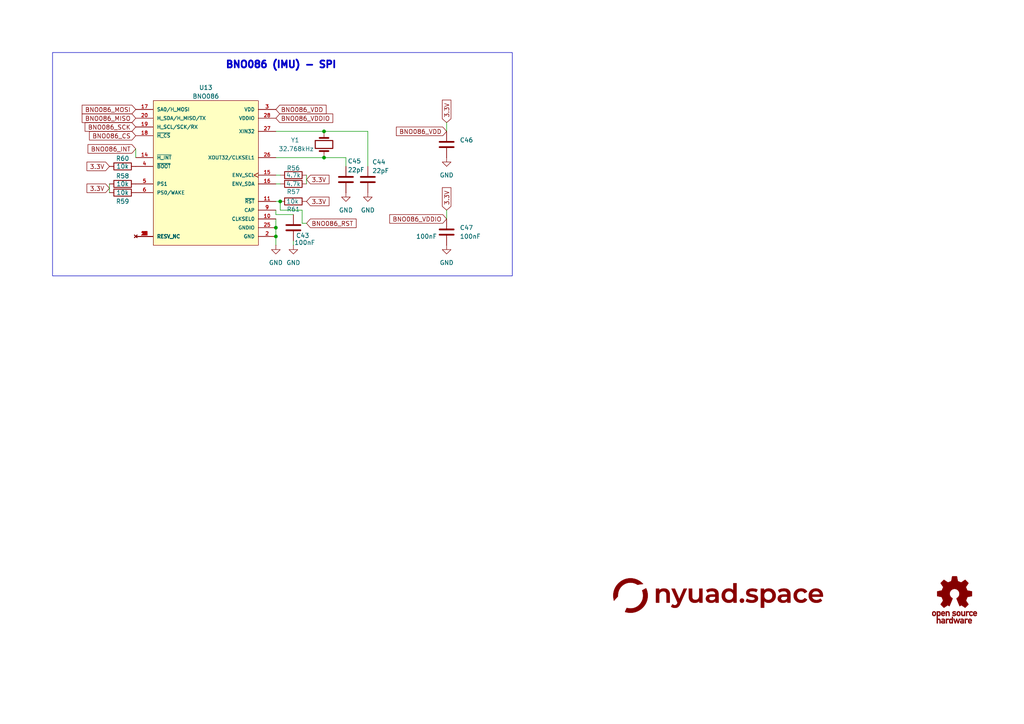
<source format=kicad_sch>
(kicad_sch (version 20231120) (generator "eeschema") (generator_version "8.0")
  (paper "A4")
  (title_block (title "Sensors & Active Components") (company "Aether Flight Computer"))
  (lib_symbols
    (symbol "BNO086:BNO086" (pin_names (offset 1.016))
      (property "Reference" "U13" (at 0 22.86 0))
      (property "Value" "BNO086" (at 0 20.32 0))
      (symbol "BNO086_0_0"
        (pin no_connect line (at -20.32 -20.32 0) (length 5.08) (name "RESV_NC") (number "1"))
        (pin input line (at 20.32 -10.16 180) (length 5.08) (name "~{RST}") (number "11"))
        (pin no_connect line (at -20.32 -20.32 0) (length 5.08) (name "RESV_NC") (number "12"))
        (pin no_connect line (at -20.32 -20.32 0) (length 5.08) (name "RESV_NC") (number "13"))
        (pin output line (at -20.32 2.54 0) (length 5.08) (name "~{H_INT}") (number "14"))
        (pin bidirectional clock (at 20.32 -2.54 180) (length 5.08) (name "ENV_SCL") (number "15"))
        (pin bidirectional line (at 20.32 -5.08 180) (length 5.08) (name "ENV_SDA") (number "16"))
        (pin input line (at -20.32 16.51 0) (length 5.08) (name "SA0/H_MOSI") (number "17"))
        (pin input line (at -20.32 8.89 0) (length 5.08) (name "~{H_CS}") (number "18"))
        (pin bidirectional line (at -20.32 11.43 0) (length 5.08) (name "H_SCL/SCK/RX") (number "19"))
        (pin power_in line (at 20.32 -20.32 180) (length 5.08) (name "GND") (number "2"))
        (pin bidirectional line (at -20.32 13.97 0) (length 5.08) (name "H_SDA/H_MISO/TX") (number "20"))
        (pin no_connect line (at -20.32 -20.32 0) (length 5.08) (name "RESV_NC") (number "21"))
        (pin no_connect line (at -20.32 -20.32 0) (length 5.08) (name "RESV_NC") (number "22"))
        (pin no_connect line (at -20.32 -20.32 0) (length 5.08) (name "RESV_NC") (number "23"))
        (pin no_connect line (at -20.32 -20.32 0) (length 5.08) (name "RESV_NC") (number "24"))
        (pin power_in line (at 20.32 -17.78 180) (length 5.08) (name "GNDIO") (number "25"))
        (pin output line (at 20.32 2.54 180) (length 5.08) (name "XOUT32/CLKSEL1") (number "26"))
        (pin input line (at 20.32 10.16 180) (length 5.08) (name "XIN32") (number "27"))
        (pin power_in line (at 20.32 13.97 180) (length 5.08) (name "VDDIO") (number "28"))
        (pin power_in line (at 20.32 16.51 180) (length 5.08) (name "VDD") (number "3"))
        (pin input line (at -20.32 0 0) (length 5.08) (name "~{BOOT}") (number "4"))
        (pin input line (at -20.32 -5.08 0) (length 5.08) (name "PS1") (number "5"))
        (pin input line (at -20.32 -7.62 0) (length 5.08) (name "PS0/WAKE") (number "6"))
        (pin no_connect line (at -20.32 -20.32 0) (length 5.08) (name "RESV_NC") (number "7"))
        (pin no_connect line (at -20.32 -20.32 0) (length 5.08) (name "RESV_NC") (number "8"))
        (pin passive line (at 20.32 -12.7 180) (length 5.08) (name "CAP") (number "9"))
      )
      (symbol "BNO086_1_0"
        (pin input line (at 20.32 -15.24 180) (length 5.08) (name "CLKSEL0") (number "10"))
      )
    )
    (symbol "Device:C" (pin_numbers hide) (pin_names (offset 0.254))
      (property "Reference" "C" (at 0.635 2.54 0))
      (property "Value" "C" (at 0.635 -2.54 0))
      (symbol "C_1_1"
        (pin passive line (at 0 3.81 270) (length 2.794) (name "~") (number "1"))
        (pin passive line (at 0 -3.81 90) (length 2.794) (name "~") (number "2"))
      )
    )
    (symbol "Device:Crystal" (pin_numbers hide) (pin_names (offset 1.016) hide)
      (property "Reference" "Y" (at 0 3.81 0))
      (property "Value" "Crystal" (at 0 -3.81 0))
      (symbol "Crystal_1_1"
        (pin passive line (at -3.81 0 0) (length 1.27) (name "1") (number "1"))
        (pin passive line (at 3.81 0 180) (length 1.27) (name "2") (number "2"))
      )
    )
    (symbol "Device:R" (pin_numbers hide) (pin_names (offset 0))
      (property "Reference" "R" (at 2.032 0 90))
      (property "Value" "R" (at 0 0 90))
      (symbol "R_1_1"
        (pin passive line (at 0 3.81 270) (length 1.27) (name "~") (number "1"))
        (pin passive line (at 0 -3.81 90) (length 1.27) (name "~") (number "2"))
      )
    )
    (symbol "nyuad_space:LOGO" (pin_names (offset 1.016)))
    (symbol "osh_logo:LOGO" (pin_names (offset 1.016)))
    (symbol "power:GND" (power) (pin_numbers hide) (pin_names (offset 0) hide)
      (property "Value" "GND" (at 0 -3.81 0))
      (symbol "GND_1_1"
        (pin power_in line (at 0 0 270) (length 0) (name "~") (number "1"))
      )
    )
  )
  (junction (at 93.98 45.72))
  (junction (at 80.01 66.04))
  (junction (at 81.28 58.42))
  (junction (at 93.98 38.1))
  (junction (at 80.01 68.58))
  (wire (pts (xy 87.63 64.77) (xy 87.63 60.96)))
  (wire (pts (xy 80.01 62.23) (xy 85.09 62.23)))
  (wire (pts (xy 81.28 50.8) (xy 80.01 50.8)))
  (wire (pts (xy 100.33 45.72) (xy 100.33 48.26)))
  (wire (pts (xy 80.01 62.23) (xy 80.01 60.96)))
  (wire (pts (xy 80.01 63.5) (xy 80.01 66.04)))
  (wire (pts (xy 80.01 58.42) (xy 81.28 58.42)))
  (wire (pts (xy 39.37 43.18) (xy 39.37 45.72)))
  (wire (pts (xy 88.9 50.8) (xy 88.9 53.34)))
  (wire (pts (xy 85.09 71.12) (xy 85.09 69.85)))
  (wire (pts (xy 100.33 45.72) (xy 93.98 45.72)))
  (wire (pts (xy 129.54 35.56) (xy 129.54 38.1)))
  (wire (pts (xy 106.68 38.1) (xy 93.98 38.1)))
  (wire (pts (xy 81.28 53.34) (xy 80.01 53.34)))
  (wire (pts (xy 80.01 38.1) (xy 93.98 38.1)))
  (wire (pts (xy 80.01 66.04) (xy 80.01 68.58)))
  (wire (pts (xy 129.54 60.96) (xy 129.54 63.5)))
  (wire (pts (xy 87.63 60.96) (xy 81.28 60.96)))
  (wire (pts (xy 81.28 60.96) (xy 81.28 58.42)))
  (wire (pts (xy 80.01 68.58) (xy 80.01 71.12)))
  (wire (pts (xy 106.68 48.26) (xy 106.68 38.1)))
  (wire (pts (xy 88.9 64.77) (xy 87.63 64.77)))
  (wire (pts (xy 31.75 53.34) (xy 31.75 55.88)))
  (wire (pts (xy 80.01 45.72) (xy 93.98 45.72)))
  (rectangle (start 15.24 15.24) (end 148.59 80.01))
  (text "BNO086 (IMU) - SPI\n" (at 65.278 20.066 0) (effects (font (size 2 2) (thickness 0.8) (bold yes)) (justify left bottom)))
  (global_label "BNO086_VDDIO" (shape input) (at 80.01 34.29 0) (property "Intersheetrefs" "${INTERSHEET_REFS}" (effects (hide yes))))
  (global_label "3.3V" (shape input) (at 129.54 35.56 90) (property "Intersheetrefs" "${INTERSHEET_REFS}" (effects (hide yes))))
  (global_label "3.3V" (shape input) (at 31.75 48.26 180) (property "Intersheetrefs" "${INTERSHEET_REFS}" (effects (hide yes))))
  (global_label "BNO086_RST" (shape input) (at 88.9 64.77 0) (property "Intersheetrefs" "${INTERSHEET_REFS}" (effects (hide yes))))
  (global_label "3.3V" (shape input) (at 31.75 54.61 180) (property "Intersheetrefs" "${INTERSHEET_REFS}" (effects (hide yes))))
  (global_label "BNO086_INT" (shape input) (at 39.37 43.18 180) (property "Intersheetrefs" "${INTERSHEET_REFS}" (effects (hide yes))))
  (global_label "BNO086_MOSI" (shape input) (at 39.37 31.75 180) (property "Intersheetrefs" "${INTERSHEET_REFS}" (effects (hide yes))))
  (global_label "BNO086_SCK" (shape input) (at 39.37 36.83 180) (property "Intersheetrefs" "${INTERSHEET_REFS}" (effects (hide yes))))
  (global_label "BNO086_MISO" (shape input) (at 39.37 34.29 180) (property "Intersheetrefs" "${INTERSHEET_REFS}" (effects (hide yes))))
  (global_label "3.3V" (shape input) (at 88.9 58.42 0) (property "Intersheetrefs" "${INTERSHEET_REFS}" (effects (hide yes))))
  (global_label "BNO086_VDDIO" (shape input) (at 129.54 63.5 180) (property "Intersheetrefs" "${INTERSHEET_REFS}" (effects (hide yes))))
  (global_label "BNO086_VDD" (shape input) (at 129.54 38.1 180) (property "Intersheetrefs" "${INTERSHEET_REFS}" (effects (hide yes))))
  (global_label "BNO086_CS" (shape input) (at 39.37 39.37 180) (property "Intersheetrefs" "${INTERSHEET_REFS}" (effects (hide yes))))
  (global_label "3.3V" (shape input) (at 88.9 52.07 0) (property "Intersheetrefs" "${INTERSHEET_REFS}" (effects (hide yes))))
  (global_label "3.3V" (shape input) (at 129.54 60.96 90) (property "Intersheetrefs" "${INTERSHEET_REFS}" (effects (hide yes))))
  (global_label "BNO086_VDD" (shape input) (at 80.01 31.75 0) (property "Intersheetrefs" "${INTERSHEET_REFS}" (effects (hide yes))))
  (symbol (lib_id "Device:R") (at 35.56 55.88 90) (unit 1)
    (property "Reference" "R59" (at 35.56 58.42 90))
    (property "Value" "10k" (at 35.56 55.88 90))
    (property "Description" "Resistor" (effects (hide yes)))
  )
  (symbol (lib_id "power:GND") (at 129.54 71.12 0) (unit 1)
    (property "Reference" "#PWR016" (effects (hide yes)))
    (property "Value" "GND" (at 129.54 76.2 0))
    (property "Description" "Power symbol creates a global label with name \"GND\" , ground" (effects (hide yes)))
  )
  (symbol (lib_id "power:GND") (at 106.68 55.88 0) (unit 1)
    (property "Reference" "#PWR014" (effects (hide yes)))
    (property "Value" "GND" (at 106.68 60.96 0))
    (property "Description" "Power symbol creates a global label with name \"GND\" , ground" (effects (hide yes)))
  )
  (symbol (lib_id "Device:Crystal") (at 93.98 41.91 90) (unit 1)
    (property "Reference" "Y1" (at 84.328 40.64 90) (effects (justify right)))
    (property "Value" "32.768kHz" (at 80.772 43.18 90) (effects (justify right)))
    (property "Description" "Two pin crystal" (effects (hide yes)))
  )
  (symbol (lib_id "Device:C") (at 85.09 66.04 0) (unit 1)
    (property "Reference" "C43" (at 85.852 68.326 0) (effects (justify left)))
    (property "Value" "100nF" (at 85.344 70.358 0) (effects (justify left)))
    (property "Description" "Unpolarized capacitor" (effects (hide yes)))
  )
  (symbol (lib_id "power:GND") (at 85.09 71.12 0) (unit 1)
    (property "Reference" "#PWR012" (effects (hide yes)))
    (property "Value" "GND" (at 85.09 76.2 0))
    (property "Description" "Power symbol creates a global label with name \"GND\" , ground" (effects (hide yes)))
  )
  (symbol (lib_id "Device:C") (at 129.54 41.91 0) (unit 1)
    (property "Reference" "C46" (at 133.35 40.6399 0) (effects (justify left)))
    (property "Value" "100nF" (at 120.65 68.5799 0) (effects (justify left)))
    (property "Description" "Unpolarized capacitor" (effects (hide yes)))
  )
  (symbol (lib_id "Device:R") (at 35.56 53.34 90) (unit 1)
    (property "Reference" "R58" (at 35.56 51.054 90))
    (property "Value" "10k" (at 35.56 53.34 90))
    (property "Description" "Resistor" (effects (hide yes)))
  )
  (symbol (lib_id "Device:R") (at 85.09 58.42 90) (unit 1)
    (property "Reference" "R61" (at 85.09 60.706 90))
    (property "Value" "10k" (at 84.836 58.42 90))
    (property "Description" "Resistor" (effects (hide yes)))
  )
  (symbol (lib_id "Device:C") (at 129.54 67.31 0) (unit 1)
    (property "Reference" "C47" (at 133.35 66.0399 0) (effects (justify left)))
    (property "Value" "100nF" (at 133.35 68.5799 0) (effects (justify left)))
    (property "Description" "Unpolarized capacitor" (effects (hide yes)))
  )
  (symbol (lib_id "Device:C") (at 100.33 52.07 0) (unit 1)
    (property "Reference" "C45" (at 100.838 46.736 0) (effects (justify left)))
    (property "Value" "22pF" (at 100.838 49.276 0) (effects (justify left)))
    (property "Description" "Unpolarized capacitor" (effects (hide yes)))
  )
  (symbol (lib_id "power:GND") (at 129.54 45.72 0) (unit 1)
    (property "Reference" "#PWR015" (effects (hide yes)))
    (property "Value" "GND" (at 129.54 50.8 0))
    (property "Description" "Power symbol creates a global label with name \"GND\" , ground" (effects (hide yes)))
  )
  (symbol (lib_id "osh_logo:LOGO") (at 276.86 173.99 0) (unit 1)
    (property "Reference" "#G12" (effects (hide yes)))
    (property "Value" "LOGO" (effects (hide yes)))
  )
  (symbol (lib_id "Device:R") (at 85.09 50.8 90) (unit 1)
    (property "Reference" "R56" (at 85.09 48.768 90))
    (property "Value" "4.7k" (at 85.09 50.8 90))
    (property "Description" "Resistor" (effects (hide yes)))
  )
  (symbol (lib_id "BNO086:BNO086") (at 59.69 48.26 0) (unit 1)
    (property "Reference" "U13" (at 59.69 25.4 0))
    (property "Value" "BNO086" (at 59.69 27.94 0))
    (property "MF" "CEVA Technologies, Inc." (effects (hide yes)))
    (property "MAXIMUM_PACKAGE_HEIGHT" "1.18mm" (effects (hide yes)))
    (property "Package" "TFLGA-28 CEVA Technologies, Inc." (effects (hide yes)))
    (property "Price" "None" (effects (hide yes)))
    (property "Check_prices" "https://www.snapeda.com/parts/BNO086/CEVA+Technologies%252C+Inc./view-part/?ref=eda" (effects (hide yes)))
    (property "STANDARD" "Manufacturer Recommendations" (effects (hide yes)))
    (property "PARTREV" "v1.17" (effects (hide yes)))
    (property "SnapEDA_Link" "https://www.snapeda.com/parts/BNO086/CEVA+Technologies%252C+Inc./view-part/?ref=snap" (effects (hide yes)))
    (property "MP" "BNO086" (effects (hide yes)))
    (property "Description_1" "\n                        \n                            Accelerometer, Gyroscope, Magnetometer, Temperature, 9 Axis Sensor I2C, SPI Output\n                        \n" (effects (hide yes)))
    (property "Availability" "In Stock" (effects (hide yes)))
    (property "MANUFACTURER" "Hillcrest Laboratories, Inc." (effects (hide yes)))
  )
  (symbol (lib_id "power:GND") (at 80.01 71.12 0) (unit 1)
    (property "Reference" "#PWR011" (effects (hide yes)))
    (property "Value" "GND" (at 80.01 76.2 0))
    (property "Description" "Power symbol creates a global label with name \"GND\" , ground" (effects (hide yes)))
  )
  (symbol (lib_id "Device:C") (at 106.68 52.07 0) (unit 1)
    (property "Reference" "C44" (at 107.95 46.99 0) (effects (justify left)))
    (property "Value" "22pF" (at 107.95 49.53 0) (effects (justify left)))
    (property "Description" "Unpolarized capacitor" (effects (hide yes)))
  )
  (symbol (lib_id "Device:R") (at 35.56 48.26 90) (unit 1)
    (property "Reference" "R60" (at 35.56 45.974 90))
    (property "Value" "10k" (at 35.56 48.26 90))
    (property "Description" "Resistor" (effects (hide yes)))
  )
  (symbol (lib_id "nyuad_space:LOGO") (at 208.28 172.72 0) (unit 1)
    (property "Reference" "#G11" (effects (hide yes)))
    (property "Value" "LOGO" (effects (hide yes)))
  )
  (symbol (lib_id "power:GND") (at 100.33 55.88 0) (unit 1)
    (property "Reference" "#PWR013" (effects (hide yes)))
    (property "Value" "GND" (at 100.33 60.96 0))
    (property "Description" "Power symbol creates a global label with name \"GND\" , ground" (effects (hide yes)))
  )
  (symbol (lib_id "Device:R") (at 85.09 53.34 90) (unit 1)
    (property "Reference" "R57" (at 85.09 55.626 90))
    (property "Value" "4.7k" (at 85.09 53.34 90))
    (property "Description" "Resistor" (effects (hide yes)))
  )
)
</source>
